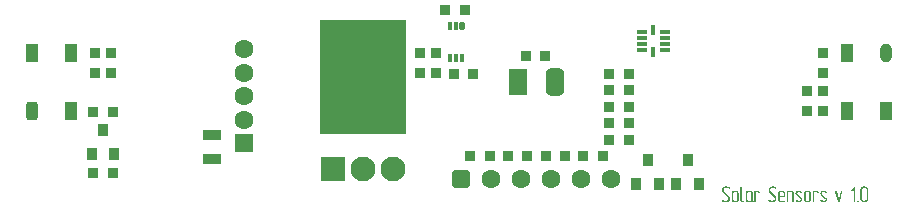
<source format=gts>
G04*
G04 #@! TF.GenerationSoftware,Altium Limited,Altium Designer,22.1.2 (22)*
G04*
G04 Layer_Color=8388736*
%FSAX44Y44*%
%MOMM*%
G71*
G04*
G04 #@! TF.SameCoordinates,85A146D6-B946-4844-9BAA-ECA2B8BB7C66*
G04*
G04*
G04 #@! TF.FilePolarity,Negative*
G04*
G01*
G75*
%ADD31R,0.9000X0.9000*%
%ADD32R,0.9000X1.0500*%
%ADD33R,0.9000X0.9000*%
%ADD34O,1.0000X1.6000*%
%ADD35R,1.0000X1.6000*%
%ADD36R,0.4100X0.7100*%
G04:AMPARAMS|DCode=37|XSize=0.46mm|YSize=0.71mm|CornerRadius=0.155mm|HoleSize=0mm|Usage=FLASHONLY|Rotation=0.000|XOffset=0mm|YOffset=0mm|HoleType=Round|Shape=RoundedRectangle|*
%AMROUNDEDRECTD37*
21,1,0.4600,0.4000,0,0,0.0*
21,1,0.1500,0.7100,0,0,0.0*
1,1,0.3100,0.0750,-0.2000*
1,1,0.3100,-0.0750,-0.2000*
1,1,0.3100,-0.0750,0.2000*
1,1,0.3100,0.0750,0.2000*
%
%ADD37ROUNDEDRECTD37*%
%ADD38R,0.4200X0.9200*%
%ADD39R,0.9200X0.4200*%
G04:AMPARAMS|DCode=40|XSize=0.42mm|YSize=0.92mm|CornerRadius=0.135mm|HoleSize=0mm|Usage=FLASHONLY|Rotation=270.000|XOffset=0mm|YOffset=0mm|HoleType=Round|Shape=RoundedRectangle|*
%AMROUNDEDRECTD40*
21,1,0.4200,0.6500,0,0,270.0*
21,1,0.1500,0.9200,0,0,270.0*
1,1,0.2700,-0.3250,-0.0750*
1,1,0.2700,-0.3250,0.0750*
1,1,0.2700,0.3250,0.0750*
1,1,0.2700,0.3250,-0.0750*
%
%ADD40ROUNDEDRECTD40*%
%ADD41R,7.4000X9.7000*%
%ADD42R,1.5000X0.9000*%
G04:AMPARAMS|DCode=43|XSize=1.6mm|YSize=2.3mm|CornerRadius=0.425mm|HoleSize=0mm|Usage=FLASHONLY|Rotation=180.000|XOffset=0mm|YOffset=0mm|HoleType=Round|Shape=RoundedRectangle|*
%AMROUNDEDRECTD43*
21,1,1.6000,1.4500,0,0,180.0*
21,1,0.7500,2.3000,0,0,180.0*
1,1,0.8500,-0.3750,0.7250*
1,1,0.8500,0.3750,0.7250*
1,1,0.8500,0.3750,-0.7250*
1,1,0.8500,-0.3750,-0.7250*
%
%ADD43ROUNDEDRECTD43*%
%ADD44R,1.6000X2.3000*%
G04:AMPARAMS|DCode=45|XSize=1.6mm|YSize=1mm|CornerRadius=0.275mm|HoleSize=0mm|Usage=FLASHONLY|Rotation=90.000|XOffset=0mm|YOffset=0mm|HoleType=Round|Shape=RoundedRectangle|*
%AMROUNDEDRECTD45*
21,1,1.6000,0.4500,0,0,90.0*
21,1,1.0500,1.0000,0,0,90.0*
1,1,0.5500,0.2250,0.5250*
1,1,0.5500,0.2250,-0.5250*
1,1,0.5500,-0.2250,-0.5250*
1,1,0.5500,-0.2250,0.5250*
%
%ADD45ROUNDEDRECTD45*%
G04:AMPARAMS|DCode=46|XSize=1.6mm|YSize=1.6mm|CornerRadius=0.425mm|HoleSize=0mm|Usage=FLASHONLY|Rotation=90.000|XOffset=0mm|YOffset=0mm|HoleType=Round|Shape=RoundedRectangle|*
%AMROUNDEDRECTD46*
21,1,1.6000,0.7500,0,0,90.0*
21,1,0.7500,1.6000,0,0,90.0*
1,1,0.8500,0.3750,0.3750*
1,1,0.8500,0.3750,-0.3750*
1,1,0.8500,-0.3750,-0.3750*
1,1,0.8500,-0.3750,0.3750*
%
%ADD46ROUNDEDRECTD46*%
%ADD47C,1.6000*%
%ADD48C,2.1000*%
%ADD49R,2.1000X2.1000*%
%ADD50R,1.6000X1.6000*%
G36*
X00676900Y00021573D02*
X00676993D01*
X00677122Y00021555D01*
X00677400Y00021499D01*
X00677733Y00021425D01*
X00678104Y00021296D01*
X00678474Y00021129D01*
X00678863Y00020907D01*
X00678881D01*
X00678918Y00020870D01*
X00679029Y00020777D01*
X00679141Y00020610D01*
X00679178Y00020499D01*
X00679196Y00020370D01*
Y00020351D01*
Y00020333D01*
X00679178Y00020240D01*
X00679103Y00020092D01*
X00679066Y00020018D01*
X00678992Y00019925D01*
X00678955Y00019888D01*
X00678863Y00019833D01*
X00678696Y00019759D01*
X00678604Y00019740D01*
X00678511Y00019722D01*
X00678474D01*
X00678400Y00019740D01*
X00678270Y00019777D01*
X00678141Y00019833D01*
X00678104Y00019851D01*
X00678030Y00019907D01*
X00677881Y00019981D01*
X00677715Y00020073D01*
X00677493Y00020166D01*
X00677252Y00020240D01*
X00676974Y00020296D01*
X00676696Y00020314D01*
X00675234D01*
X00675104Y00020296D01*
X00674937Y00020259D01*
X00674752Y00020185D01*
X00674548Y00020111D01*
X00674363Y00019981D01*
X00674178Y00019814D01*
X00674160Y00019796D01*
X00674104Y00019722D01*
X00674030Y00019629D01*
X00673956Y00019481D01*
X00673882Y00019314D01*
X00673808Y00019111D01*
X00673752Y00018888D01*
X00673734Y00018648D01*
Y00018611D01*
Y00018537D01*
X00673752Y00018407D01*
X00673789Y00018259D01*
X00673845Y00018074D01*
X00673937Y00017889D01*
X00674048Y00017685D01*
X00674197Y00017500D01*
X00678270Y00013408D01*
X00678289Y00013389D01*
X00678307Y00013370D01*
X00678344Y00013315D01*
X00678400Y00013259D01*
X00678548Y00013074D01*
X00678715Y00012834D01*
X00678863Y00012519D01*
X00679011Y00012167D01*
X00679103Y00011778D01*
X00679141Y00011556D01*
Y00011334D01*
Y00011315D01*
Y00011278D01*
Y00011223D01*
X00679122Y00011149D01*
Y00011037D01*
X00679103Y00010926D01*
X00679048Y00010649D01*
X00678937Y00010334D01*
X00678789Y00010000D01*
X00678604Y00009649D01*
X00678474Y00009482D01*
X00678326Y00009315D01*
Y00009297D01*
X00678289Y00009278D01*
X00678178Y00009186D01*
X00677992Y00009038D01*
X00677752Y00008871D01*
X00677437Y00008704D01*
X00677085Y00008575D01*
X00676659Y00008464D01*
X00676437Y00008445D01*
X00676196Y00008427D01*
X00674752D01*
X00674660Y00008445D01*
X00674567D01*
X00674437Y00008464D01*
X00674160Y00008501D01*
X00673826Y00008593D01*
X00673456Y00008704D01*
X00673086Y00008852D01*
X00672715Y00009075D01*
X00672697Y00009093D01*
X00672678Y00009112D01*
X00672567Y00009223D01*
X00672475Y00009390D01*
X00672438Y00009501D01*
X00672419Y00009612D01*
Y00009630D01*
Y00009649D01*
X00672438Y00009760D01*
X00672493Y00009908D01*
X00672586Y00010056D01*
Y00010075D01*
X00672623Y00010093D01*
X00672715Y00010167D01*
X00672863Y00010223D01*
X00672956Y00010260D01*
X00673086D01*
X00673160Y00010241D01*
X00673289Y00010223D01*
X00673419Y00010149D01*
X00673456Y00010130D01*
X00673530Y00010075D01*
X00673660Y00010000D01*
X00673845Y00009926D01*
X00674048Y00009852D01*
X00674308Y00009778D01*
X00674567Y00009723D01*
X00674863Y00009704D01*
X00676326D01*
X00676419Y00009723D01*
X00676622Y00009760D01*
X00676844Y00009834D01*
X00676863D01*
X00676900Y00009852D01*
X00676956Y00009889D01*
X00677030Y00009926D01*
X00677196Y00010037D01*
X00677363Y00010186D01*
X00677382Y00010204D01*
X00677400Y00010223D01*
X00677493Y00010334D01*
X00677604Y00010501D01*
X00677715Y00010704D01*
Y00010723D01*
X00677733Y00010760D01*
X00677752Y00010815D01*
X00677789Y00010889D01*
X00677826Y00011112D01*
X00677844Y00011352D01*
Y00011371D01*
Y00011408D01*
Y00011463D01*
X00677826Y00011556D01*
X00677807Y00011741D01*
X00677733Y00011963D01*
Y00011982D01*
X00677715Y00012019D01*
X00677678Y00012074D01*
X00677641Y00012148D01*
X00677511Y00012334D01*
X00677326Y00012537D01*
X00673271Y00016592D01*
Y00016611D01*
X00673234Y00016630D01*
X00673141Y00016741D01*
X00673012Y00016926D01*
X00672863Y00017166D01*
X00672697Y00017463D01*
X00672567Y00017815D01*
X00672475Y00018222D01*
X00672456Y00018426D01*
X00672438Y00018648D01*
Y00018666D01*
Y00018703D01*
Y00018759D01*
X00672456Y00018851D01*
Y00018963D01*
X00672475Y00019074D01*
X00672530Y00019351D01*
X00672623Y00019685D01*
X00672771Y00020018D01*
X00672956Y00020351D01*
X00673215Y00020666D01*
X00673234Y00020685D01*
X00673252Y00020703D01*
X00673363Y00020814D01*
X00673549Y00020962D01*
X00673789Y00021129D01*
X00674104Y00021296D01*
X00674474Y00021444D01*
X00674882Y00021555D01*
X00675104Y00021573D01*
X00675345Y00021592D01*
X00676807D01*
X00676900Y00021573D01*
D02*
G37*
G36*
X00637534D02*
X00637626D01*
X00637756Y00021555D01*
X00638034Y00021499D01*
X00638367Y00021425D01*
X00638737Y00021296D01*
X00639108Y00021129D01*
X00639496Y00020907D01*
X00639515D01*
X00639552Y00020870D01*
X00639663Y00020777D01*
X00639774Y00020610D01*
X00639811Y00020499D01*
X00639830Y00020370D01*
Y00020351D01*
Y00020333D01*
X00639811Y00020240D01*
X00639737Y00020092D01*
X00639700Y00020018D01*
X00639626Y00019925D01*
X00639589Y00019888D01*
X00639496Y00019833D01*
X00639330Y00019759D01*
X00639237Y00019740D01*
X00639145Y00019722D01*
X00639108D01*
X00639034Y00019740D01*
X00638904Y00019777D01*
X00638774Y00019833D01*
X00638737Y00019851D01*
X00638663Y00019907D01*
X00638515Y00019981D01*
X00638349Y00020073D01*
X00638126Y00020166D01*
X00637886Y00020240D01*
X00637608Y00020296D01*
X00637330Y00020314D01*
X00635867D01*
X00635738Y00020296D01*
X00635571Y00020259D01*
X00635386Y00020185D01*
X00635182Y00020111D01*
X00634997Y00019981D01*
X00634812Y00019814D01*
X00634793Y00019796D01*
X00634738Y00019722D01*
X00634664Y00019629D01*
X00634590Y00019481D01*
X00634516Y00019314D01*
X00634441Y00019111D01*
X00634386Y00018888D01*
X00634367Y00018648D01*
Y00018611D01*
Y00018537D01*
X00634386Y00018407D01*
X00634423Y00018259D01*
X00634478Y00018074D01*
X00634571Y00017889D01*
X00634682Y00017685D01*
X00634830Y00017500D01*
X00638904Y00013408D01*
X00638923Y00013389D01*
X00638941Y00013370D01*
X00638978Y00013315D01*
X00639034Y00013259D01*
X00639182Y00013074D01*
X00639348Y00012834D01*
X00639496Y00012519D01*
X00639645Y00012167D01*
X00639737Y00011778D01*
X00639774Y00011556D01*
Y00011334D01*
Y00011315D01*
Y00011278D01*
Y00011223D01*
X00639756Y00011149D01*
Y00011037D01*
X00639737Y00010926D01*
X00639682Y00010649D01*
X00639571Y00010334D01*
X00639422Y00010000D01*
X00639237Y00009649D01*
X00639108Y00009482D01*
X00638960Y00009315D01*
Y00009297D01*
X00638923Y00009278D01*
X00638811Y00009186D01*
X00638626Y00009038D01*
X00638386Y00008871D01*
X00638071Y00008704D01*
X00637719Y00008575D01*
X00637293Y00008464D01*
X00637071Y00008445D01*
X00636830Y00008427D01*
X00635386D01*
X00635293Y00008445D01*
X00635201D01*
X00635071Y00008464D01*
X00634793Y00008501D01*
X00634460Y00008593D01*
X00634090Y00008704D01*
X00633719Y00008852D01*
X00633349Y00009075D01*
X00633330Y00009093D01*
X00633312Y00009112D01*
X00633201Y00009223D01*
X00633108Y00009390D01*
X00633071Y00009501D01*
X00633053Y00009612D01*
Y00009630D01*
Y00009649D01*
X00633071Y00009760D01*
X00633127Y00009908D01*
X00633219Y00010056D01*
Y00010075D01*
X00633256Y00010093D01*
X00633349Y00010167D01*
X00633497Y00010223D01*
X00633590Y00010260D01*
X00633719D01*
X00633793Y00010241D01*
X00633923Y00010223D01*
X00634053Y00010149D01*
X00634090Y00010130D01*
X00634164Y00010075D01*
X00634293Y00010000D01*
X00634478Y00009926D01*
X00634682Y00009852D01*
X00634941Y00009778D01*
X00635201Y00009723D01*
X00635497Y00009704D01*
X00636960D01*
X00637052Y00009723D01*
X00637256Y00009760D01*
X00637478Y00009834D01*
X00637497D01*
X00637534Y00009852D01*
X00637589Y00009889D01*
X00637663Y00009926D01*
X00637830Y00010037D01*
X00637997Y00010186D01*
X00638015Y00010204D01*
X00638034Y00010223D01*
X00638126Y00010334D01*
X00638237Y00010501D01*
X00638349Y00010704D01*
Y00010723D01*
X00638367Y00010760D01*
X00638386Y00010815D01*
X00638423Y00010889D01*
X00638460Y00011112D01*
X00638478Y00011352D01*
Y00011371D01*
Y00011408D01*
Y00011463D01*
X00638460Y00011556D01*
X00638441Y00011741D01*
X00638367Y00011963D01*
Y00011982D01*
X00638349Y00012019D01*
X00638312Y00012074D01*
X00638274Y00012148D01*
X00638145Y00012334D01*
X00637960Y00012537D01*
X00633904Y00016592D01*
Y00016611D01*
X00633867Y00016630D01*
X00633775Y00016741D01*
X00633645Y00016926D01*
X00633497Y00017166D01*
X00633330Y00017463D01*
X00633201Y00017815D01*
X00633108Y00018222D01*
X00633090Y00018426D01*
X00633071Y00018648D01*
Y00018666D01*
Y00018703D01*
Y00018759D01*
X00633090Y00018851D01*
Y00018963D01*
X00633108Y00019074D01*
X00633164Y00019351D01*
X00633256Y00019685D01*
X00633405Y00020018D01*
X00633590Y00020351D01*
X00633849Y00020666D01*
X00633867Y00020685D01*
X00633886Y00020703D01*
X00633997Y00020814D01*
X00634182Y00020962D01*
X00634423Y00021129D01*
X00634738Y00021296D01*
X00635108Y00021444D01*
X00635516Y00021555D01*
X00635738Y00021573D01*
X00635978Y00021592D01*
X00637441D01*
X00637534Y00021573D01*
D02*
G37*
G36*
X00719970Y00017907D02*
X00720136Y00017889D01*
X00720340Y00017852D01*
X00720562Y00017796D01*
X00720784Y00017722D01*
X00721025Y00017611D01*
X00721062Y00017592D01*
X00721136Y00017555D01*
X00721247Y00017481D01*
X00721395Y00017389D01*
X00721562Y00017278D01*
X00721747Y00017129D01*
X00721914Y00016963D01*
X00722081Y00016759D01*
X00722099Y00016722D01*
X00722155Y00016630D01*
X00722210Y00016500D01*
X00722229Y00016352D01*
Y00016333D01*
Y00016315D01*
X00722210Y00016204D01*
X00722136Y00016056D01*
X00722099Y00015981D01*
X00722025Y00015907D01*
X00721988Y00015870D01*
X00721895Y00015815D01*
X00721747Y00015759D01*
X00721562Y00015722D01*
X00721507D01*
X00721451Y00015741D01*
X00721377Y00015759D01*
X00721210Y00015833D01*
X00721136Y00015889D01*
X00721062Y00015981D01*
X00721044Y00016018D01*
X00720970Y00016092D01*
X00720859Y00016185D01*
X00720692Y00016315D01*
X00720507Y00016444D01*
X00720266Y00016537D01*
X00720007Y00016611D01*
X00719710Y00016648D01*
X00718396D01*
X00718322Y00016630D01*
X00718229Y00016611D01*
X00718044Y00016537D01*
X00717933Y00016481D01*
X00717840Y00016389D01*
Y00016370D01*
X00717803Y00016352D01*
X00717766Y00016296D01*
X00717729Y00016222D01*
X00717655Y00016037D01*
X00717637Y00015907D01*
X00717618Y00015778D01*
Y00015759D01*
Y00015704D01*
X00717637Y00015630D01*
X00717655Y00015537D01*
X00717711Y00015426D01*
X00717766Y00015296D01*
X00717859Y00015185D01*
X00717970Y00015074D01*
X00721432Y00012260D01*
X00721451Y00012241D01*
X00721507Y00012204D01*
X00721581Y00012130D01*
X00721655Y00012037D01*
X00721766Y00011908D01*
X00721858Y00011778D01*
X00721951Y00011630D01*
X00722025Y00011463D01*
X00722044Y00011445D01*
X00722062Y00011389D01*
X00722099Y00011297D01*
X00722136Y00011204D01*
X00722173Y00011056D01*
X00722192Y00010926D01*
X00722229Y00010760D01*
Y00010593D01*
Y00010556D01*
Y00010445D01*
X00722192Y00010297D01*
X00722155Y00010093D01*
X00722081Y00009852D01*
X00721970Y00009612D01*
X00721821Y00009352D01*
X00721618Y00009093D01*
X00721599Y00009056D01*
X00721507Y00008982D01*
X00721377Y00008889D01*
X00721192Y00008760D01*
X00720970Y00008630D01*
X00720710Y00008538D01*
X00720396Y00008464D01*
X00720062Y00008427D01*
X00718673D01*
X00718544Y00008445D01*
X00718359Y00008464D01*
X00718155Y00008501D01*
X00717933Y00008556D01*
X00717711Y00008630D01*
X00717470Y00008723D01*
X00717451Y00008741D01*
X00717377Y00008778D01*
X00717248Y00008852D01*
X00717118Y00008945D01*
X00716952Y00009075D01*
X00716766Y00009223D01*
X00716600Y00009390D01*
X00716433Y00009575D01*
Y00009593D01*
X00716414Y00009612D01*
X00716377Y00009704D01*
X00716340Y00009834D01*
X00716322Y00009982D01*
Y00010000D01*
Y00010019D01*
X00716340Y00010130D01*
X00716396Y00010278D01*
X00716489Y00010426D01*
X00716526Y00010464D01*
X00716618Y00010519D01*
X00716766Y00010575D01*
X00716970Y00010612D01*
X00717026D01*
X00717100Y00010593D01*
X00717174Y00010575D01*
X00717248Y00010538D01*
X00717340Y00010501D01*
X00717414Y00010426D01*
X00717488Y00010334D01*
X00717507Y00010315D01*
X00717581Y00010241D01*
X00717692Y00010130D01*
X00717840Y00010019D01*
X00718025Y00009908D01*
X00718248Y00009797D01*
X00718507Y00009723D01*
X00718803Y00009704D01*
X00720136D01*
X00720192Y00009723D01*
X00720285Y00009741D01*
X00720488Y00009815D01*
X00720599Y00009871D01*
X00720692Y00009963D01*
X00720710Y00009982D01*
X00720729Y00010019D01*
X00720766Y00010056D01*
X00720821Y00010130D01*
X00720895Y00010315D01*
X00720914Y00010426D01*
X00720932Y00010556D01*
Y00010575D01*
Y00010630D01*
X00720914Y00010704D01*
X00720895Y00010797D01*
X00720859Y00010889D01*
X00720784Y00011019D01*
X00720710Y00011112D01*
X00720599Y00011223D01*
X00717118Y00014093D01*
X00717100Y00014111D01*
X00717044Y00014148D01*
X00716970Y00014222D01*
X00716877Y00014315D01*
X00716785Y00014426D01*
X00716674Y00014556D01*
X00716581Y00014704D01*
X00716507Y00014852D01*
Y00014870D01*
X00716470Y00014926D01*
X00716451Y00015019D01*
X00716414Y00015130D01*
X00716377Y00015259D01*
X00716359Y00015407D01*
X00716322Y00015741D01*
Y00015759D01*
Y00015778D01*
X00716340Y00015889D01*
X00716359Y00016056D01*
X00716396Y00016259D01*
X00716451Y00016500D01*
X00716563Y00016741D01*
X00716692Y00017000D01*
X00716877Y00017241D01*
X00716914Y00017278D01*
X00716989Y00017352D01*
X00717118Y00017463D01*
X00717303Y00017592D01*
X00717544Y00017703D01*
X00717803Y00017815D01*
X00718118Y00017889D01*
X00718451Y00017926D01*
X00719821D01*
X00719970Y00017907D01*
D02*
G37*
G36*
X00698935Y00017907D02*
X00699101Y00017889D01*
X00699305Y00017852D01*
X00699527Y00017796D01*
X00699750Y00017722D01*
X00699990Y00017611D01*
X00700027Y00017592D01*
X00700101Y00017555D01*
X00700212Y00017481D01*
X00700361Y00017389D01*
X00700527Y00017277D01*
X00700712Y00017129D01*
X00700879Y00016963D01*
X00701046Y00016759D01*
X00701064Y00016722D01*
X00701120Y00016630D01*
X00701175Y00016500D01*
X00701194Y00016352D01*
Y00016333D01*
Y00016315D01*
X00701175Y00016204D01*
X00701101Y00016055D01*
X00701064Y00015981D01*
X00700990Y00015907D01*
X00700953Y00015870D01*
X00700861Y00015815D01*
X00700712Y00015759D01*
X00700527Y00015722D01*
X00700472D01*
X00700416Y00015741D01*
X00700342Y00015759D01*
X00700175Y00015833D01*
X00700101Y00015889D01*
X00700027Y00015981D01*
X00700009Y00016018D01*
X00699935Y00016092D01*
X00699824Y00016185D01*
X00699657Y00016315D01*
X00699472Y00016444D01*
X00699231Y00016537D01*
X00698972Y00016611D01*
X00698676Y00016648D01*
X00697361D01*
X00697287Y00016630D01*
X00697194Y00016611D01*
X00697009Y00016537D01*
X00696898Y00016481D01*
X00696805Y00016389D01*
Y00016370D01*
X00696768Y00016352D01*
X00696731Y00016296D01*
X00696694Y00016222D01*
X00696620Y00016037D01*
X00696602Y00015907D01*
X00696583Y00015778D01*
Y00015759D01*
Y00015704D01*
X00696602Y00015630D01*
X00696620Y00015537D01*
X00696676Y00015426D01*
X00696731Y00015296D01*
X00696824Y00015185D01*
X00696935Y00015074D01*
X00700398Y00012260D01*
X00700416Y00012241D01*
X00700472Y00012204D01*
X00700546Y00012130D01*
X00700620Y00012037D01*
X00700731Y00011908D01*
X00700824Y00011778D01*
X00700916Y00011630D01*
X00700990Y00011463D01*
X00701009Y00011445D01*
X00701027Y00011389D01*
X00701064Y00011297D01*
X00701101Y00011204D01*
X00701138Y00011056D01*
X00701157Y00010926D01*
X00701194Y00010760D01*
Y00010593D01*
Y00010556D01*
Y00010445D01*
X00701157Y00010297D01*
X00701120Y00010093D01*
X00701046Y00009852D01*
X00700935Y00009612D01*
X00700787Y00009352D01*
X00700583Y00009093D01*
X00700564Y00009056D01*
X00700472Y00008982D01*
X00700342Y00008889D01*
X00700157Y00008760D01*
X00699935Y00008630D01*
X00699676Y00008538D01*
X00699361Y00008464D01*
X00699027Y00008427D01*
X00697639D01*
X00697509Y00008445D01*
X00697324Y00008464D01*
X00697120Y00008501D01*
X00696898Y00008556D01*
X00696676Y00008630D01*
X00696435Y00008723D01*
X00696417Y00008741D01*
X00696342Y00008778D01*
X00696213Y00008852D01*
X00696083Y00008945D01*
X00695917Y00009075D01*
X00695732Y00009223D01*
X00695565Y00009390D01*
X00695398Y00009575D01*
Y00009593D01*
X00695380Y00009612D01*
X00695343Y00009704D01*
X00695306Y00009834D01*
X00695287Y00009982D01*
Y00010000D01*
Y00010019D01*
X00695306Y00010130D01*
X00695361Y00010278D01*
X00695454Y00010426D01*
X00695491Y00010463D01*
X00695583Y00010519D01*
X00695732Y00010575D01*
X00695935Y00010612D01*
X00695991D01*
X00696065Y00010593D01*
X00696139Y00010575D01*
X00696213Y00010538D01*
X00696305Y00010501D01*
X00696379Y00010426D01*
X00696454Y00010334D01*
X00696472Y00010315D01*
X00696546Y00010241D01*
X00696657Y00010130D01*
X00696805Y00010019D01*
X00696991Y00009908D01*
X00697213Y00009797D01*
X00697472Y00009723D01*
X00697768Y00009704D01*
X00699101D01*
X00699157Y00009723D01*
X00699250Y00009741D01*
X00699453Y00009815D01*
X00699564Y00009871D01*
X00699657Y00009963D01*
X00699676Y00009982D01*
X00699694Y00010019D01*
X00699731Y00010056D01*
X00699787Y00010130D01*
X00699861Y00010315D01*
X00699879Y00010426D01*
X00699898Y00010556D01*
Y00010575D01*
Y00010630D01*
X00699879Y00010704D01*
X00699861Y00010797D01*
X00699824Y00010889D01*
X00699750Y00011019D01*
X00699676Y00011112D01*
X00699564Y00011223D01*
X00696083Y00014093D01*
X00696065Y00014111D01*
X00696009Y00014148D01*
X00695935Y00014222D01*
X00695843Y00014315D01*
X00695750Y00014426D01*
X00695639Y00014556D01*
X00695546Y00014704D01*
X00695472Y00014852D01*
Y00014870D01*
X00695435Y00014926D01*
X00695417Y00015019D01*
X00695380Y00015130D01*
X00695343Y00015259D01*
X00695324Y00015407D01*
X00695287Y00015741D01*
Y00015759D01*
Y00015778D01*
X00695306Y00015889D01*
X00695324Y00016055D01*
X00695361Y00016259D01*
X00695417Y00016500D01*
X00695528Y00016741D01*
X00695657Y00017000D01*
X00695843Y00017241D01*
X00695880Y00017277D01*
X00695954Y00017352D01*
X00696083Y00017463D01*
X00696268Y00017592D01*
X00696509Y00017703D01*
X00696768Y00017815D01*
X00697083Y00017889D01*
X00697417Y00017926D01*
X00698787D01*
X00698935Y00017907D01*
D02*
G37*
G36*
X00713026Y00017907D02*
X00713193Y00017870D01*
X00713378Y00017833D01*
X00713581Y00017759D01*
X00713804Y00017666D01*
X00714007Y00017537D01*
X00714026Y00017518D01*
X00714100Y00017463D01*
X00714193Y00017389D01*
X00714322Y00017278D01*
X00714452Y00017129D01*
X00714581Y00016963D01*
X00714692Y00016759D01*
X00714785Y00016555D01*
Y00016537D01*
X00714803Y00016500D01*
Y00016426D01*
Y00016315D01*
Y00016296D01*
Y00016278D01*
X00714785Y00016167D01*
X00714711Y00016018D01*
X00714674Y00015944D01*
X00714600Y00015870D01*
X00714563Y00015852D01*
X00714470Y00015796D01*
X00714322Y00015722D01*
X00714137Y00015704D01*
X00714063D01*
X00713989Y00015722D01*
X00713896Y00015759D01*
X00713785Y00015815D01*
X00713693Y00015889D01*
X00713600Y00015981D01*
X00713526Y00016129D01*
Y00016148D01*
X00713507Y00016167D01*
X00713470Y00016259D01*
X00713359Y00016407D01*
X00713267Y00016481D01*
X00713174Y00016555D01*
X00713156Y00016574D01*
X00713082Y00016611D01*
X00712952Y00016630D01*
X00712785Y00016648D01*
X00711193D01*
Y00009056D01*
Y00009038D01*
X00711174Y00008964D01*
X00711156Y00008852D01*
X00711119Y00008741D01*
X00711026Y00008630D01*
X00710915Y00008519D01*
X00710748Y00008445D01*
X00710526Y00008427D01*
X00710489D01*
X00710360Y00008445D01*
X00710211Y00008501D01*
X00710063Y00008593D01*
X00710045Y00008630D01*
X00709989Y00008723D01*
X00709915Y00008852D01*
X00709897Y00009056D01*
Y00017278D01*
Y00017315D01*
X00709915Y00017389D01*
X00709934Y00017481D01*
X00709971Y00017611D01*
X00710045Y00017722D01*
X00710156Y00017833D01*
X00710322Y00017907D01*
X00710526Y00017926D01*
X00712896D01*
X00713026Y00017907D01*
D02*
G37*
G36*
X00663642Y00017907D02*
X00663809Y00017870D01*
X00663994Y00017833D01*
X00664198Y00017759D01*
X00664420Y00017666D01*
X00664624Y00017537D01*
X00664642Y00017518D01*
X00664716Y00017463D01*
X00664809Y00017389D01*
X00664938Y00017277D01*
X00665068Y00017129D01*
X00665198Y00016963D01*
X00665309Y00016759D01*
X00665401Y00016555D01*
Y00016537D01*
X00665420Y00016500D01*
Y00016426D01*
Y00016315D01*
Y00016296D01*
Y00016278D01*
X00665401Y00016166D01*
X00665327Y00016018D01*
X00665290Y00015944D01*
X00665216Y00015870D01*
X00665179Y00015852D01*
X00665087Y00015796D01*
X00664938Y00015722D01*
X00664753Y00015704D01*
X00664679D01*
X00664605Y00015722D01*
X00664512Y00015759D01*
X00664401Y00015815D01*
X00664309Y00015889D01*
X00664216Y00015981D01*
X00664142Y00016129D01*
Y00016148D01*
X00664124Y00016166D01*
X00664087Y00016259D01*
X00663976Y00016407D01*
X00663883Y00016481D01*
X00663790Y00016555D01*
X00663772Y00016574D01*
X00663698Y00016611D01*
X00663568Y00016630D01*
X00663401Y00016648D01*
X00661809D01*
Y00009056D01*
Y00009038D01*
X00661790Y00008964D01*
X00661772Y00008852D01*
X00661735Y00008741D01*
X00661642Y00008630D01*
X00661531Y00008519D01*
X00661365Y00008445D01*
X00661142Y00008427D01*
X00661105D01*
X00660976Y00008445D01*
X00660828Y00008501D01*
X00660679Y00008593D01*
X00660661Y00008630D01*
X00660605Y00008723D01*
X00660531Y00008852D01*
X00660513Y00009056D01*
Y00017277D01*
Y00017315D01*
X00660531Y00017389D01*
X00660550Y00017481D01*
X00660587Y00017611D01*
X00660661Y00017722D01*
X00660772Y00017833D01*
X00660939Y00017907D01*
X00661142Y00017926D01*
X00663513D01*
X00663642Y00017907D01*
D02*
G37*
G36*
X00734450Y00017907D02*
X00734598Y00017852D01*
X00734764Y00017759D01*
X00734783D01*
X00734801Y00017722D01*
X00734875Y00017648D01*
X00734931Y00017500D01*
X00734968Y00017407D01*
Y00017296D01*
Y00017259D01*
Y00017204D01*
X00734950Y00017129D01*
X00734931Y00017074D01*
X00732654Y00008945D01*
Y00008927D01*
X00732617Y00008871D01*
X00732579Y00008778D01*
X00732524Y00008686D01*
X00732431Y00008575D01*
X00732320Y00008501D01*
X00732172Y00008427D01*
X00732005Y00008408D01*
X00731968D01*
X00731894Y00008427D01*
X00731765Y00008464D01*
X00731635Y00008538D01*
X00731617Y00008556D01*
X00731543Y00008630D01*
X00731487Y00008723D01*
X00731450Y00008816D01*
X00729135Y00017074D01*
Y00017092D01*
X00729117Y00017111D01*
X00729098Y00017185D01*
Y00017296D01*
Y00017315D01*
Y00017352D01*
X00729117Y00017463D01*
X00729172Y00017592D01*
X00729284Y00017740D01*
X00729302D01*
X00729321Y00017778D01*
X00729413Y00017833D01*
X00729561Y00017889D01*
X00729746Y00017926D01*
X00729820D01*
X00729895Y00017907D01*
X00730006Y00017870D01*
X00730098Y00017815D01*
X00730209Y00017722D01*
X00730302Y00017611D01*
X00730376Y00017444D01*
X00732024Y00011000D01*
X00733690Y00017444D01*
Y00017463D01*
X00733709Y00017518D01*
X00733746Y00017592D01*
X00733802Y00017685D01*
X00733876Y00017778D01*
X00733987Y00017852D01*
X00734135Y00017907D01*
X00734302Y00017926D01*
X00734339D01*
X00734450Y00017907D01*
D02*
G37*
G36*
X00754188Y00021573D02*
X00754299Y00021555D01*
X00754429Y00021536D01*
X00754725Y00021444D01*
X00755059Y00021314D01*
X00755244Y00021222D01*
X00755429Y00021110D01*
X00755614Y00020981D01*
X00755799Y00020833D01*
X00755966Y00020666D01*
X00756151Y00020462D01*
X00756170D01*
X00756188Y00020444D01*
X00756281Y00020351D01*
X00756410Y00020203D01*
X00756559Y00020018D01*
X00756688Y00019759D01*
X00756818Y00019444D01*
X00756910Y00019074D01*
X00756947Y00018870D01*
Y00018648D01*
Y00011334D01*
Y00011315D01*
Y00011278D01*
Y00011223D01*
X00756929Y00011130D01*
Y00011037D01*
X00756910Y00010908D01*
X00756836Y00010630D01*
X00756744Y00010297D01*
X00756577Y00009963D01*
X00756373Y00009612D01*
X00756225Y00009445D01*
X00756077Y00009278D01*
X00756059D01*
X00756040Y00009241D01*
X00755984Y00009204D01*
X00755929Y00009149D01*
X00755744Y00009001D01*
X00755503Y00008852D01*
X00755188Y00008704D01*
X00754836Y00008556D01*
X00754429Y00008464D01*
X00754207Y00008445D01*
X00753985Y00008427D01*
X00752966D01*
X00752874Y00008445D01*
X00752763D01*
X00752652Y00008464D01*
X00752355Y00008538D01*
X00752040Y00008630D01*
X00751689Y00008778D01*
X00751337Y00008982D01*
X00751170Y00009112D01*
X00751003Y00009260D01*
Y00009278D01*
X00750966Y00009297D01*
X00750929Y00009352D01*
X00750874Y00009408D01*
X00750744Y00009593D01*
X00750596Y00009834D01*
X00750430Y00010149D01*
X00750300Y00010501D01*
X00750207Y00010889D01*
X00750189Y00011112D01*
X00750170Y00011334D01*
Y00018648D01*
Y00018666D01*
Y00018703D01*
Y00018759D01*
X00750189Y00018851D01*
Y00018963D01*
X00750226Y00019074D01*
X00750281Y00019370D01*
X00750393Y00019703D01*
X00750541Y00020055D01*
X00750763Y00020425D01*
X00750892Y00020611D01*
X00751040Y00020777D01*
X00751059Y00020796D01*
X00751078Y00020814D01*
X00751189Y00020907D01*
X00751355Y00021036D01*
X00751596Y00021185D01*
X00751892Y00021333D01*
X00752244Y00021462D01*
X00752633Y00021555D01*
X00752855Y00021592D01*
X00754114D01*
X00754188Y00021573D01*
D02*
G37*
G36*
X00748189Y00009686D02*
X00748282Y00009667D01*
X00748411Y00009630D01*
X00748541Y00009538D01*
X00748633Y00009427D01*
X00748707Y00009278D01*
X00748745Y00009056D01*
Y00009038D01*
Y00009019D01*
X00748726Y00008908D01*
X00748670Y00008760D01*
X00748559Y00008612D01*
X00748522Y00008575D01*
X00748430Y00008519D01*
X00748282Y00008464D01*
X00748078Y00008427D01*
X00748022D01*
X00747911Y00008445D01*
X00747763Y00008501D01*
X00747615Y00008593D01*
X00747596Y00008630D01*
X00747541Y00008723D01*
X00747467Y00008871D01*
X00747448Y00009056D01*
Y00009075D01*
Y00009093D01*
X00747467Y00009204D01*
X00747522Y00009352D01*
X00747615Y00009501D01*
Y00009519D01*
X00747652Y00009538D01*
X00747745Y00009612D01*
X00747874Y00009667D01*
X00747967Y00009704D01*
X00748115D01*
X00748189Y00009686D01*
D02*
G37*
G36*
X00745449Y00021555D02*
X00745597Y00021499D01*
X00745763Y00021388D01*
X00745782D01*
X00745800Y00021351D01*
X00745874Y00021277D01*
X00745930Y00021129D01*
X00745967Y00021036D01*
Y00020925D01*
Y00009056D01*
Y00009038D01*
Y00009001D01*
X00745948Y00008945D01*
Y00008871D01*
X00745874Y00008723D01*
X00745837Y00008649D01*
X00745763Y00008575D01*
X00745726Y00008556D01*
X00745634Y00008501D01*
X00745504Y00008445D01*
X00745319Y00008427D01*
X00745282D01*
X00745152Y00008445D01*
X00745004Y00008501D01*
X00744856Y00008593D01*
X00744819Y00008630D01*
X00744763Y00008723D01*
X00744708Y00008852D01*
X00744671Y00009056D01*
Y00019666D01*
X00743041Y00017740D01*
X00743004Y00017703D01*
X00742912Y00017648D01*
X00742764Y00017592D01*
X00742578Y00017555D01*
X00742541D01*
X00742430Y00017574D01*
X00742282Y00017629D01*
X00742115Y00017740D01*
X00742078Y00017778D01*
X00742023Y00017870D01*
X00741967Y00018018D01*
X00741930Y00018203D01*
Y00018222D01*
Y00018240D01*
X00741949Y00018352D01*
X00742023Y00018500D01*
X00742060Y00018574D01*
X00742134Y00018648D01*
X00744874Y00021388D01*
X00744911Y00021425D01*
X00744986Y00021481D01*
X00745115Y00021536D01*
X00745300Y00021573D01*
X00745337D01*
X00745449Y00021555D01*
D02*
G37*
G36*
X00706656Y00017907D02*
X00706916Y00017852D01*
X00707193Y00017759D01*
X00707212D01*
X00707249Y00017722D01*
X00707323Y00017685D01*
X00707415Y00017648D01*
X00707619Y00017500D01*
X00707841Y00017315D01*
X00707860Y00017296D01*
X00707897Y00017278D01*
X00707934Y00017222D01*
X00708008Y00017148D01*
X00708138Y00016944D01*
X00708267Y00016685D01*
Y00016667D01*
X00708286Y00016630D01*
X00708323Y00016555D01*
X00708360Y00016444D01*
X00708415Y00016204D01*
X00708434Y00015926D01*
Y00010445D01*
Y00010426D01*
Y00010408D01*
Y00010297D01*
X00708397Y00010149D01*
X00708360Y00009945D01*
X00708286Y00009704D01*
X00708193Y00009464D01*
X00708045Y00009223D01*
X00707841Y00009001D01*
X00707823Y00008982D01*
X00707730Y00008908D01*
X00707619Y00008816D01*
X00707452Y00008723D01*
X00707230Y00008612D01*
X00706990Y00008519D01*
X00706712Y00008445D01*
X00706397Y00008427D01*
X00704527Y00008427D01*
X00704416Y00008445D01*
X00704268Y00008464D01*
X00704064Y00008501D01*
X00703823Y00008575D01*
X00703583Y00008667D01*
X00703342Y00008816D01*
X00703120Y00009001D01*
X00703101Y00009019D01*
X00703027Y00009112D01*
X00702953Y00009223D01*
X00702842Y00009390D01*
X00702749Y00009612D01*
X00702657Y00009852D01*
X00702583Y00010130D01*
X00702564Y00010445D01*
Y00015926D01*
Y00015944D01*
Y00016000D01*
Y00016074D01*
X00702583Y00016166D01*
X00702620Y00016426D01*
X00702712Y00016685D01*
Y00016703D01*
X00702749Y00016741D01*
X00702768Y00016815D01*
X00702823Y00016907D01*
X00702953Y00017111D01*
X00703120Y00017333D01*
X00703138Y00017352D01*
X00703175Y00017389D01*
X00703231Y00017426D01*
X00703305Y00017500D01*
X00703508Y00017629D01*
X00703749Y00017759D01*
X00703768D01*
X00703823Y00017778D01*
X00703897Y00017815D01*
X00703990Y00017852D01*
X00704119Y00017870D01*
X00704249Y00017907D01*
X00704564Y00017926D01*
X00706545Y00017926D01*
X00706656Y00017907D01*
D02*
G37*
G36*
X00692028Y00017907D02*
X00692287Y00017852D01*
X00692565Y00017759D01*
X00692584D01*
X00692621Y00017722D01*
X00692695Y00017685D01*
X00692787Y00017648D01*
X00692991Y00017500D01*
X00693213Y00017315D01*
X00693232Y00017296D01*
X00693269Y00017277D01*
X00693306Y00017222D01*
X00693380Y00017148D01*
X00693510Y00016944D01*
X00693639Y00016685D01*
Y00016667D01*
X00693658Y00016630D01*
X00693695Y00016555D01*
X00693732Y00016444D01*
X00693787Y00016204D01*
X00693806Y00015926D01*
Y00009056D01*
Y00009038D01*
X00693787Y00008964D01*
X00693769Y00008852D01*
X00693732Y00008741D01*
X00693639Y00008630D01*
X00693528Y00008519D01*
X00693361Y00008445D01*
X00693139Y00008427D01*
X00693102D01*
X00692991Y00008445D01*
X00692843Y00008501D01*
X00692695Y00008593D01*
X00692658Y00008630D01*
X00692602Y00008723D01*
X00692547Y00008852D01*
X00692510Y00009056D01*
Y00015926D01*
Y00015944D01*
Y00015981D01*
X00692491Y00016037D01*
Y00016092D01*
X00692417Y00016259D01*
X00692361Y00016352D01*
X00692287Y00016426D01*
Y00016444D01*
X00692250Y00016463D01*
X00692139Y00016537D01*
X00691991Y00016611D01*
X00691880Y00016648D01*
X00689232D01*
Y00009056D01*
Y00009038D01*
X00689214Y00008964D01*
X00689195Y00008852D01*
X00689158Y00008741D01*
X00689065Y00008630D01*
X00688954Y00008519D01*
X00688788Y00008445D01*
X00688566Y00008427D01*
X00688529D01*
X00688399Y00008445D01*
X00688251Y00008501D01*
X00688103Y00008593D01*
X00688084Y00008630D01*
X00688028Y00008723D01*
X00687954Y00008852D01*
X00687936Y00009056D01*
Y00017277D01*
Y00017315D01*
X00687954Y00017389D01*
X00687973Y00017481D01*
X00688010Y00017611D01*
X00688084Y00017722D01*
X00688195Y00017833D01*
X00688362Y00017907D01*
X00688566Y00017926D01*
X00691917D01*
X00692028Y00017907D01*
D02*
G37*
G36*
X00684770Y00017889D02*
X00684955Y00017852D01*
X00685195Y00017778D01*
X00685436Y00017685D01*
X00685677Y00017537D01*
X00685899Y00017333D01*
X00685918Y00017315D01*
X00685992Y00017222D01*
X00686084Y00017111D01*
X00686195Y00016944D01*
X00686307Y00016722D01*
X00686399Y00016481D01*
X00686473Y00016204D01*
X00686492Y00015889D01*
Y00013167D01*
Y00013148D01*
X00686473Y00013074D01*
X00686455Y00012963D01*
X00686399Y00012852D01*
X00686325Y00012741D01*
X00686195Y00012630D01*
X00686029Y00012556D01*
X00685807Y00012537D01*
X00681918D01*
Y00010426D01*
Y00010408D01*
Y00010371D01*
X00681937Y00010315D01*
Y00010241D01*
X00682011Y00010075D01*
X00682048Y00009982D01*
X00682122Y00009908D01*
X00682140D01*
X00682159Y00009871D01*
X00682251Y00009815D01*
X00682418Y00009741D01*
X00682511Y00009723D01*
X00682603Y00009704D01*
X00685844D01*
X00685918Y00009686D01*
X00686010Y00009667D01*
X00686140Y00009630D01*
X00686270Y00009538D01*
X00686362Y00009427D01*
X00686436Y00009278D01*
X00686473Y00009056D01*
Y00009038D01*
Y00009019D01*
X00686455Y00008908D01*
X00686399Y00008760D01*
X00686307Y00008612D01*
X00686270Y00008575D01*
X00686177Y00008519D01*
X00686029Y00008464D01*
X00685807Y00008427D01*
X00682585D01*
X00682474Y00008445D01*
X00682325Y00008464D01*
X00682122Y00008501D01*
X00681881Y00008575D01*
X00681640Y00008667D01*
X00681400Y00008816D01*
X00681177Y00009001D01*
X00681159Y00009019D01*
X00681085Y00009112D01*
X00681011Y00009223D01*
X00680900Y00009390D01*
X00680807Y00009612D01*
X00680714Y00009852D01*
X00680640Y00010130D01*
X00680622Y00010445D01*
Y00015907D01*
Y00015926D01*
Y00015981D01*
Y00016055D01*
X00680640Y00016148D01*
X00680677Y00016389D01*
X00680770Y00016667D01*
Y00016685D01*
X00680807Y00016722D01*
X00680826Y00016796D01*
X00680881Y00016889D01*
X00681011Y00017092D01*
X00681177Y00017315D01*
X00681196Y00017333D01*
X00681233Y00017370D01*
X00681289Y00017407D01*
X00681363Y00017481D01*
X00681566Y00017611D01*
X00681807Y00017759D01*
X00681825D01*
X00681881Y00017778D01*
X00681955Y00017815D01*
X00682048Y00017852D01*
X00682177Y00017870D01*
X00682307Y00017907D01*
X00682622Y00017926D01*
X00684603D01*
X00684770Y00017889D01*
D02*
G37*
G36*
X00649366Y00021573D02*
X00649514Y00021518D01*
X00649681Y00021407D01*
X00649699D01*
X00649718Y00021370D01*
X00649792Y00021277D01*
X00649847Y00021129D01*
X00649884Y00021036D01*
Y00020925D01*
Y00010426D01*
Y00010408D01*
Y00010371D01*
X00649903Y00010315D01*
Y00010241D01*
X00649977Y00010075D01*
X00650014Y00009982D01*
X00650088Y00009908D01*
X00650107D01*
X00650125Y00009871D01*
X00650218Y00009815D01*
X00650384Y00009741D01*
X00650477Y00009723D01*
X00650570Y00009704D01*
X00651069D01*
X00651143Y00009686D01*
X00651255Y00009667D01*
X00651384Y00009630D01*
X00651495Y00009538D01*
X00651606Y00009427D01*
X00651681Y00009278D01*
X00651718Y00009056D01*
Y00009038D01*
Y00009019D01*
X00651699Y00008908D01*
X00651643Y00008760D01*
X00651532Y00008612D01*
X00651495Y00008575D01*
X00651403Y00008519D01*
X00651255Y00008464D01*
X00651032Y00008427D01*
X00650421D01*
X00650329Y00008445D01*
X00650070Y00008482D01*
X00649792Y00008575D01*
X00649773D01*
X00649736Y00008612D01*
X00649662Y00008630D01*
X00649588Y00008686D01*
X00649384Y00008816D01*
X00649162Y00009001D01*
X00649144Y00009019D01*
X00649125Y00009056D01*
X00649070Y00009112D01*
X00649014Y00009186D01*
X00648866Y00009390D01*
X00648736Y00009630D01*
Y00009649D01*
X00648718Y00009704D01*
X00648699Y00009778D01*
X00648662Y00009871D01*
X00648644Y00010000D01*
X00648607Y00010130D01*
X00648588Y00010445D01*
Y00020925D01*
Y00020944D01*
Y00020981D01*
X00648607Y00021092D01*
X00648662Y00021259D01*
X00648755Y00021407D01*
X00648792Y00021444D01*
X00648885Y00021499D01*
X00649033Y00021555D01*
X00649218Y00021592D01*
X00649255D01*
X00649366Y00021573D01*
D02*
G37*
G36*
X00645348Y00017907D02*
X00645607Y00017852D01*
X00645885Y00017759D01*
X00645903D01*
X00645940Y00017722D01*
X00646014Y00017685D01*
X00646107Y00017648D01*
X00646311Y00017500D01*
X00646533Y00017315D01*
X00646551Y00017296D01*
X00646588Y00017277D01*
X00646625Y00017222D01*
X00646700Y00017148D01*
X00646829Y00016944D01*
X00646959Y00016685D01*
Y00016667D01*
X00646977Y00016630D01*
X00647014Y00016555D01*
X00647051Y00016444D01*
X00647107Y00016204D01*
X00647125Y00015926D01*
Y00010445D01*
Y00010426D01*
Y00010408D01*
Y00010297D01*
X00647088Y00010149D01*
X00647051Y00009945D01*
X00646977Y00009704D01*
X00646885Y00009463D01*
X00646737Y00009223D01*
X00646533Y00009001D01*
X00646514Y00008982D01*
X00646422Y00008908D01*
X00646311Y00008816D01*
X00646144Y00008723D01*
X00645922Y00008612D01*
X00645681Y00008519D01*
X00645403Y00008445D01*
X00645089Y00008427D01*
X00643218D01*
X00643107Y00008445D01*
X00642959Y00008464D01*
X00642756Y00008501D01*
X00642515Y00008575D01*
X00642274Y00008667D01*
X00642033Y00008816D01*
X00641811Y00009001D01*
X00641793Y00009019D01*
X00641719Y00009112D01*
X00641645Y00009223D01*
X00641533Y00009390D01*
X00641441Y00009612D01*
X00641348Y00009852D01*
X00641274Y00010130D01*
X00641256Y00010445D01*
Y00015926D01*
Y00015944D01*
Y00016000D01*
Y00016074D01*
X00641274Y00016166D01*
X00641311Y00016426D01*
X00641404Y00016685D01*
Y00016703D01*
X00641441Y00016741D01*
X00641459Y00016815D01*
X00641515Y00016907D01*
X00641645Y00017111D01*
X00641811Y00017333D01*
X00641830Y00017352D01*
X00641867Y00017389D01*
X00641922Y00017426D01*
X00641996Y00017500D01*
X00642200Y00017629D01*
X00642441Y00017759D01*
X00642459D01*
X00642515Y00017778D01*
X00642589Y00017815D01*
X00642681Y00017852D01*
X00642811Y00017870D01*
X00642941Y00017907D01*
X00643255Y00017926D01*
X00645237D01*
X00645348Y00017907D01*
D02*
G37*
G36*
X00658365D02*
X00658457Y00017889D01*
X00658587Y00017852D01*
X00658717Y00017759D01*
X00658809Y00017648D01*
X00658883Y00017500D01*
X00658920Y00017277D01*
Y00010445D01*
Y00010426D01*
Y00010408D01*
X00658939Y00010278D01*
X00658976Y00010112D01*
X00659050Y00009945D01*
X00659087Y00009908D01*
X00659161Y00009815D01*
X00659291Y00009723D01*
X00659476Y00009630D01*
X00659494D01*
X00659531Y00009612D01*
X00659606Y00009575D01*
X00659680Y00009519D01*
X00659735Y00009427D01*
X00659809Y00009334D01*
X00659846Y00009204D01*
X00659865Y00009056D01*
Y00009038D01*
Y00009019D01*
X00659846Y00008908D01*
X00659791Y00008760D01*
X00659680Y00008593D01*
X00659643Y00008556D01*
X00659568Y00008501D01*
X00659420Y00008445D01*
X00659235Y00008408D01*
X00659050D01*
X00658995Y00008427D01*
X00658958Y00008445D01*
X00658883Y00008482D01*
X00658735Y00008556D01*
X00658643Y00008630D01*
X00658532Y00008704D01*
X00658513D01*
X00658495Y00008723D01*
X00658402Y00008797D01*
X00658309Y00008908D01*
X00658272Y00008964D01*
X00658254Y00009038D01*
X00658235Y00009019D01*
X00658180Y00008945D01*
X00658069Y00008852D01*
X00657921Y00008741D01*
X00657717Y00008612D01*
X00657495Y00008519D01*
X00657217Y00008445D01*
X00656884Y00008427D01*
X00655013D01*
X00654902Y00008445D01*
X00654754Y00008464D01*
X00654550Y00008501D01*
X00654310Y00008575D01*
X00654069Y00008667D01*
X00653828Y00008816D01*
X00653606Y00009001D01*
X00653588Y00009019D01*
X00653514Y00009112D01*
X00653421Y00009223D01*
X00653328Y00009390D01*
X00653217Y00009612D01*
X00653125Y00009852D01*
X00653051Y00010130D01*
X00653032Y00010445D01*
Y00015926D01*
Y00015944D01*
Y00016000D01*
Y00016074D01*
X00653051Y00016166D01*
X00653088Y00016426D01*
X00653180Y00016685D01*
Y00016703D01*
X00653217Y00016741D01*
X00653236Y00016815D01*
X00653291Y00016907D01*
X00653421Y00017111D01*
X00653606Y00017333D01*
X00653625Y00017352D01*
X00653662Y00017389D01*
X00653717Y00017426D01*
X00653791Y00017500D01*
X00653995Y00017629D01*
X00654254Y00017759D01*
X00654273D01*
X00654328Y00017778D01*
X00654402Y00017815D01*
X00654495Y00017852D01*
X00654606Y00017870D01*
X00654754Y00017907D01*
X00655051Y00017926D01*
X00658291D01*
X00658365Y00017907D01*
D02*
G37*
%LPC*%
G36*
X00753985Y00020314D02*
X00752948D01*
X00752874Y00020296D01*
X00752670Y00020259D01*
X00752448Y00020185D01*
X00752429D01*
X00752392Y00020166D01*
X00752355Y00020129D01*
X00752281Y00020092D01*
X00752114Y00019981D01*
X00751929Y00019814D01*
Y00019796D01*
X00751892Y00019777D01*
X00751800Y00019666D01*
X00751689Y00019500D01*
X00751578Y00019296D01*
Y00019277D01*
X00751559Y00019240D01*
X00751541Y00019185D01*
X00751522Y00019111D01*
X00751485Y00018907D01*
X00751466Y00018648D01*
Y00011334D01*
Y00011315D01*
Y00011278D01*
Y00011204D01*
X00751485Y00011130D01*
X00751522Y00010908D01*
X00751578Y00010686D01*
Y00010667D01*
X00751596Y00010630D01*
X00751633Y00010575D01*
X00751670Y00010519D01*
X00751781Y00010334D01*
X00751929Y00010167D01*
X00751948D01*
X00751966Y00010130D01*
X00752077Y00010038D01*
X00752244Y00009926D01*
X00752448Y00009815D01*
X00752466D01*
X00752503Y00009797D01*
X00752559Y00009778D01*
X00752633Y00009760D01*
X00752837Y00009723D01*
X00753077Y00009704D01*
X00754114D01*
X00754244Y00009723D01*
X00754411Y00009760D01*
X00754596Y00009815D01*
X00754781Y00009889D01*
X00754985Y00010000D01*
X00755170Y00010149D01*
X00755188Y00010167D01*
X00755244Y00010241D01*
X00755318Y00010334D01*
X00755411Y00010464D01*
X00755503Y00010649D01*
X00755577Y00010852D01*
X00755633Y00011075D01*
X00755651Y00011334D01*
Y00018648D01*
Y00018666D01*
Y00018703D01*
Y00018759D01*
X00755633Y00018851D01*
X00755596Y00019037D01*
X00755522Y00019259D01*
Y00019277D01*
X00755503Y00019314D01*
X00755466Y00019370D01*
X00755429Y00019444D01*
X00755318Y00019611D01*
X00755151Y00019796D01*
X00755133Y00019814D01*
X00755114Y00019833D01*
X00755003Y00019925D01*
X00754836Y00020055D01*
X00754633Y00020166D01*
X00754614D01*
X00754577Y00020185D01*
X00754522Y00020222D01*
X00754448Y00020240D01*
X00754244Y00020296D01*
X00753985Y00020314D01*
D02*
G37*
G36*
X00706508Y00016648D02*
X00704508Y00016648D01*
X00704379Y00016630D01*
X00704231Y00016555D01*
X00704138Y00016500D01*
X00704064Y00016426D01*
X00704027Y00016389D01*
X00703971Y00016296D01*
X00703897Y00016129D01*
X00703879Y00016037D01*
X00703860Y00015926D01*
Y00010426D01*
Y00010408D01*
Y00010371D01*
X00703879Y00010315D01*
Y00010241D01*
X00703953Y00010075D01*
X00703990Y00009982D01*
X00704064Y00009908D01*
X00704082D01*
X00704101Y00009871D01*
X00704193Y00009815D01*
X00704360Y00009741D01*
X00704453Y00009723D01*
X00704545Y00009704D01*
X00706453Y00009704D01*
X00706508Y00009723D01*
X00706582D01*
X00706749Y00009797D01*
X00706841Y00009834D01*
X00706916Y00009908D01*
X00706934Y00009926D01*
X00706953Y00009945D01*
X00707027Y00010056D01*
X00707101Y00010204D01*
X00707138Y00010315D01*
Y00010426D01*
Y00015926D01*
Y00015944D01*
Y00015981D01*
X00707119Y00016037D01*
Y00016092D01*
X00707045Y00016259D01*
X00706990Y00016352D01*
X00706916Y00016426D01*
Y00016444D01*
X00706878Y00016463D01*
X00706767Y00016537D01*
X00706619Y00016611D01*
X00706508Y00016648D01*
D02*
G37*
G36*
X00684566Y00016648D02*
X00682566D01*
X00682437Y00016630D01*
X00682288Y00016555D01*
X00682196Y00016500D01*
X00682122Y00016426D01*
X00682085Y00016389D01*
X00682029Y00016278D01*
X00681955Y00016129D01*
X00681937Y00016018D01*
X00681918Y00015907D01*
Y00013815D01*
X00685195D01*
Y00015907D01*
Y00015926D01*
Y00015963D01*
X00685177Y00016018D01*
Y00016092D01*
X00685103Y00016259D01*
X00685047Y00016352D01*
X00684973Y00016426D01*
Y00016444D01*
X00684936Y00016463D01*
X00684825Y00016537D01*
X00684677Y00016611D01*
X00684566Y00016648D01*
D02*
G37*
G36*
X00645200D02*
X00643200D01*
X00643070Y00016630D01*
X00642922Y00016555D01*
X00642830Y00016500D01*
X00642756Y00016426D01*
X00642718Y00016389D01*
X00642663Y00016296D01*
X00642589Y00016129D01*
X00642570Y00016037D01*
X00642552Y00015926D01*
Y00010426D01*
Y00010408D01*
Y00010371D01*
X00642570Y00010315D01*
Y00010241D01*
X00642644Y00010075D01*
X00642681Y00009982D01*
X00642756Y00009908D01*
X00642774D01*
X00642793Y00009871D01*
X00642885Y00009815D01*
X00643052Y00009741D01*
X00643144Y00009723D01*
X00643237Y00009704D01*
X00645144D01*
X00645200Y00009723D01*
X00645274D01*
X00645440Y00009797D01*
X00645533Y00009834D01*
X00645607Y00009908D01*
X00645626Y00009926D01*
X00645644Y00009945D01*
X00645718Y00010056D01*
X00645792Y00010204D01*
X00645829Y00010315D01*
Y00010426D01*
Y00015926D01*
Y00015944D01*
Y00015981D01*
X00645811Y00016037D01*
Y00016092D01*
X00645737Y00016259D01*
X00645681Y00016352D01*
X00645607Y00016426D01*
Y00016444D01*
X00645570Y00016463D01*
X00645459Y00016537D01*
X00645311Y00016611D01*
X00645200Y00016648D01*
D02*
G37*
G36*
X00657624D02*
X00654995D01*
X00654865Y00016630D01*
X00654699Y00016555D01*
X00654625Y00016500D01*
X00654532Y00016426D01*
X00654495Y00016389D01*
X00654439Y00016296D01*
X00654365Y00016129D01*
X00654347Y00016037D01*
X00654328Y00015926D01*
Y00010426D01*
Y00010408D01*
Y00010371D01*
X00654347Y00010315D01*
Y00010241D01*
X00654421Y00010075D01*
X00654458Y00009982D01*
X00654532Y00009908D01*
X00654550D01*
X00654569Y00009871D01*
X00654680Y00009815D01*
X00654828Y00009741D01*
X00654939Y00009723D01*
X00655032Y00009704D01*
X00656939D01*
X00656995Y00009723D01*
X00657069D01*
X00657235Y00009797D01*
X00657309Y00009834D01*
X00657402Y00009908D01*
X00657421Y00009926D01*
X00657439Y00009945D01*
X00657513Y00010056D01*
X00657587Y00010204D01*
X00657624Y00010315D01*
Y00010426D01*
Y00016648D01*
D02*
G37*
%LPD*%
D31*
X00100750Y00085000D02*
D03*
X00117250D02*
D03*
X00100750Y00033000D02*
D03*
X00117250Y00033000D02*
D03*
X00554250Y00103000D02*
D03*
X00537750D02*
D03*
X00537750Y00117000D02*
D03*
X00554250D02*
D03*
X00554250Y00089000D02*
D03*
X00537750Y00089000D02*
D03*
X00554250Y00061000D02*
D03*
X00537750D02*
D03*
X00554250Y00075000D02*
D03*
X00537750D02*
D03*
X00405750Y00117000D02*
D03*
X00422250D02*
D03*
X00398750Y00171000D02*
D03*
X00415250D02*
D03*
X00515500Y00047000D02*
D03*
X00532000D02*
D03*
X00466750Y00132000D02*
D03*
X00483250D02*
D03*
X00419750Y00047000D02*
D03*
X00468250Y00047000D02*
D03*
X00451750D02*
D03*
X00436250Y00047000D02*
D03*
X00500250Y00047000D02*
D03*
X00483750D02*
D03*
D32*
X00118500Y00049000D02*
D03*
X00109000Y00069000D02*
D03*
X00099500Y00049000D02*
D03*
X00604000Y00044000D02*
D03*
X00594500Y00024000D02*
D03*
X00613500D02*
D03*
X00579500D02*
D03*
X00570000Y00044000D02*
D03*
X00560500Y00024000D02*
D03*
D33*
X00102000Y00117750D02*
D03*
Y00134250D02*
D03*
X00116000D02*
D03*
Y00117750D02*
D03*
X00719000Y00134250D02*
D03*
Y00117750D02*
D03*
X00719000Y00085750D02*
D03*
Y00102250D02*
D03*
X00391000Y00134250D02*
D03*
X00391000Y00117750D02*
D03*
X00377000D02*
D03*
Y00134250D02*
D03*
X00705000Y00102250D02*
D03*
Y00085750D02*
D03*
D34*
X00771500Y00134480D02*
D03*
D35*
X00738500D02*
D03*
Y00085480D02*
D03*
X00771500D02*
D03*
X00081500Y00085520D02*
D03*
Y00134520D02*
D03*
X00048500D02*
D03*
D36*
X00403000Y00130250D02*
D03*
X00408000Y00130250D02*
D03*
X00413000Y00130250D02*
D03*
X00403000Y00157750D02*
D03*
X00408000D02*
D03*
D37*
X00413250D02*
D03*
D38*
X00575000Y00154500D02*
D03*
Y00135500D02*
D03*
D39*
X00584500Y00152500D02*
D03*
Y00137500D02*
D03*
Y00142500D02*
D03*
Y00147500D02*
D03*
X00565500Y00137500D02*
D03*
Y00142500D02*
D03*
Y00147500D02*
D03*
D40*
Y00152500D02*
D03*
D41*
X00329000Y00114000D02*
D03*
D42*
X00201000Y00045000D02*
D03*
Y00065000D02*
D03*
D43*
X00491500Y00110000D02*
D03*
D44*
X00460500D02*
D03*
D45*
X00048500Y00085520D02*
D03*
D46*
X00412500Y00028000D02*
D03*
D47*
X00437900D02*
D03*
X00463300D02*
D03*
X00488700D02*
D03*
X00514100D02*
D03*
X00539500D02*
D03*
X00228000Y00138000D02*
D03*
Y00118000D02*
D03*
Y00078000D02*
D03*
Y00098000D02*
D03*
D48*
X00329000Y00036000D02*
D03*
X00354400D02*
D03*
D49*
X00303600D02*
D03*
D50*
X00228000Y00058000D02*
D03*
M02*

</source>
